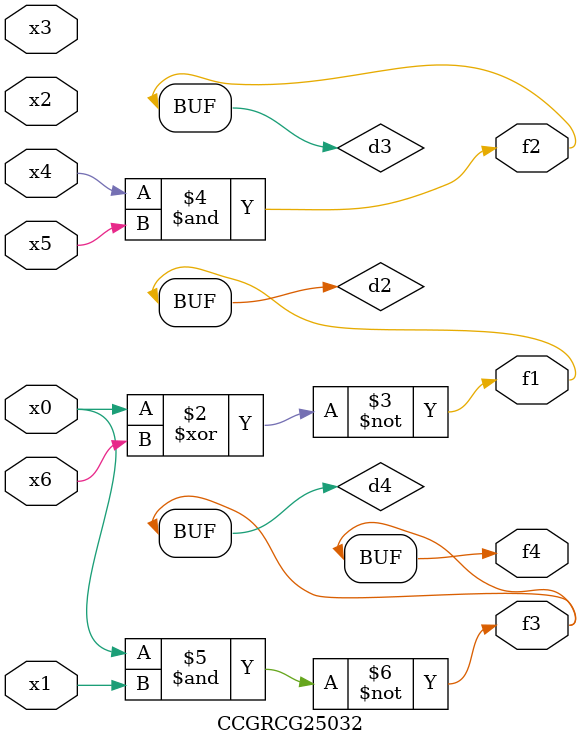
<source format=v>
module CCGRCG25032(
	input x0, x1, x2, x3, x4, x5, x6,
	output f1, f2, f3, f4
);

	wire d1, d2, d3, d4;

	nor (d1, x0);
	xnor (d2, x0, x6);
	and (d3, x4, x5);
	nand (d4, x0, x1);
	assign f1 = d2;
	assign f2 = d3;
	assign f3 = d4;
	assign f4 = d4;
endmodule

</source>
